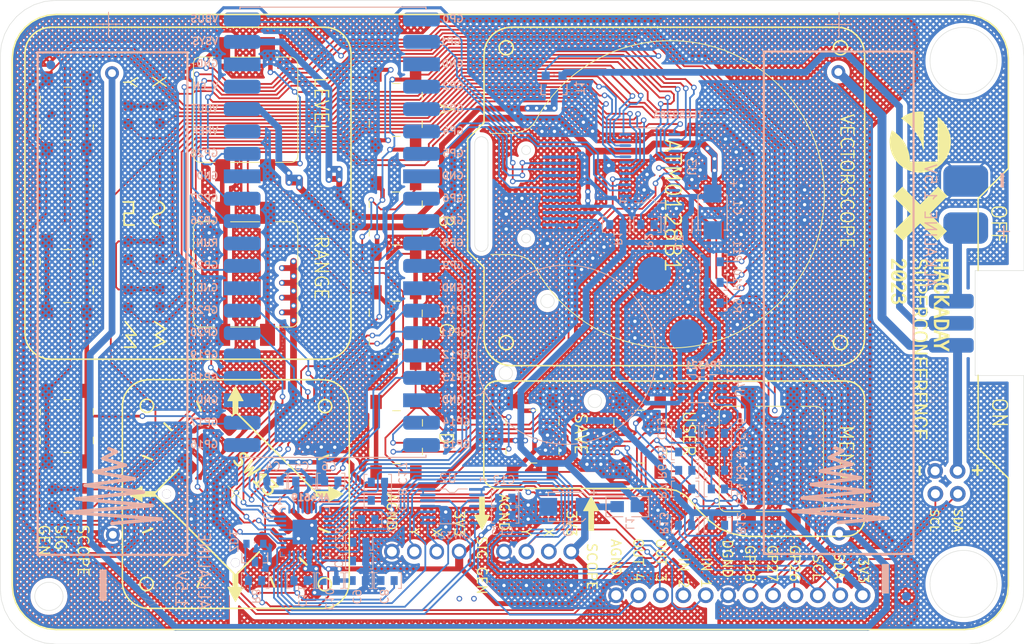
<source format=kicad_pcb>
(kicad_pcb (version 20221018) (generator pcbnew)

  (general
    (thickness 1.6)
  )

  (paper "A4")
  (title_block
    (title "Vectorscope Supercon.7 Badge")
    (company "Hackaday")
  )

  (layers
    (0 "F.Cu" signal "Top Layer")
    (31 "B.Cu" signal "Bottom Layer")
    (32 "B.Adhes" user "B.Adhesive")
    (33 "F.Adhes" user "F.Adhesive")
    (34 "B.Paste" user "Bottom Paste")
    (35 "F.Paste" user "Top Paste")
    (36 "B.SilkS" user "Bottom Overlay")
    (37 "F.SilkS" user "Top Overlay")
    (38 "B.Mask" user "Bottom Solder")
    (39 "F.Mask" user "Top Solder")
    (40 "Dwgs.User" user "Mechanical 10")
    (41 "Cmts.User" user "User.Comments")
    (42 "Eco1.User" user "User.Eco1")
    (43 "Eco2.User" user "Dimensions Top")
    (44 "Edge.Cuts" user)
    (45 "Margin" user)
    (46 "B.CrtYd" user "B.Courtyard")
    (47 "F.CrtYd" user "F.Courtyard")
    (48 "B.Fab" user "3D Top")
    (49 "F.Fab" user "Dimensions Bottom")
    (50 "User.1" user "Outline")
    (51 "User.2" user "Dimensions")
    (52 "User.3" user "Mechanical 3")
    (53 "User.4" user "Mechanical 4")
    (54 "User.5" user "Mechanical 5")
    (55 "User.6" user "Assembly Text Top")
    (56 "User.7" user "Assembly Text Bottom")
    (57 "User.8" user "Assembly Top")
    (58 "User.9" user "Assembly Bottom")
  )

  (setup
    (pad_to_mask_clearance 0.1016)
    (aux_axis_origin 90.52165 68.4913)
    (grid_origin 188.22365 135.9643)
    (pcbplotparams
      (layerselection 0x00010fc_ffffffff)
      (plot_on_all_layers_selection 0x0000000_00000000)
      (disableapertmacros false)
      (usegerberextensions false)
      (usegerberattributes true)
      (usegerberadvancedattributes true)
      (creategerberjobfile true)
      (dashed_line_dash_ratio 12.000000)
      (dashed_line_gap_ratio 3.000000)
      (svgprecision 4)
      (plotframeref false)
      (viasonmask false)
      (mode 1)
      (useauxorigin false)
      (hpglpennumber 1)
      (hpglpenspeed 20)
      (hpglpendiameter 15.000000)
      (dxfpolygonmode true)
      (dxfimperialunits true)
      (dxfusepcbnewfont true)
      (psnegative false)
      (psa4output false)
      (plotreference true)
      (plotvalue true)
      (plotinvisibletext false)
      (sketchpadsonfab false)
      (subtractmaskfromsilk false)
      (outputformat 1)
      (mirror false)
      (drillshape 1)
      (scaleselection 1)
      (outputdirectory "")
    )
  )

  (net 0 "")
  (net 1 "AGND")
  (net 2 "3V3")
  (net 3 "GND")

  (footprint (layer "F.Cu") (at 164.62665 99.4731))

  (footprint (layer "F.Cu") (at 160.28365 135.9643))

  (footprint "Gio.PcbLib:key 12x12 SMD" (layer "F.Cu") (at 118.24665 99.5153))

  (footprint (layer "F.Cu") (at 196.46105 124.4639))

  (footprint (layer "F.Cu") (at 96.22445 75.8257))

  (footprint (layer "F.Cu") (at 198.26365 105.1273))

  (footprint (layer "F.Cu") (at 185.55777 128.9793))

  (footprint (layer "F.Cu") (at 172.98365 135.9643))

  (footprint (layer "F.Cu") (at 150.09005 95.5107))

  (footprint "C:_Users_Voja_Documents_GitHub_willo-pcb_ESP.PcbLib_key4p" (layer "F.Cu") (at 135.31865 105.6113 -90))

  (footprint (layer "F.Cu") (at 199.00105 124.4639))

  (footprint (layer "F.Cu") (at 152.51085 102.5973))

  (footprint "C:_Users_Voja_Desktop_ESP.PcbLib_LED0603" (layer "F.Cu") (at 108.59465 102.2839 -90))

  (footprint "C:_Users_Voja_Desktop_ESP.PcbLib_LED0603" (layer "F.Cu") (at 105.03865 102.3347 -90))

  (footprint (layer "F.Cu") (at 153.87945 89.7717))

  (footprint (layer "F.Cu") (at 196.43565 121.8625))

  (footprint (layer "F.Cu") (at 199.90165 88.9933))

  (footprint "C:_Users_Voja_Documents_GitHub_willo-pcb_ESP.PcbLib_key4p" (layer "F.Cu") (at 135.34045 118.0405 -90))

  (footprint "C:_Users_Voja_Documents_GitHub_willo-pcb_ESP.PcbLib_key4p" (layer "F.Cu") (at 98.05365 116.7873 -90))

  (footprint (layer "F.Cu") (at 198.97565 121.8625))

  (footprint (layer "F.Cu") (at 103.16919 76.7569))

  (footprint "C:_Users_Voja_Desktop_ESP.PcbLib_LED0603" (layer "F.Cu") (at 108.59465 81.4559 -90))

  (footprint "C:_Users_Voja_Desktop_Projekti_Gio.PcbLib_JOYSTICK 2" (layer "F.Cu") (at 117.17945 124.4413 -45))

  (footprint (layer "F.Cu") (at 199.65365 134.6943))

  (footprint (layer "F.Cu") (at 147.78645 110.7761))

  (footprint "C:_Users_Voja_Documents_GitHub_willo-pcb_ESP.PcbLib_key4p" (layer "F.Cu") (at 135.31505 80.9311 -90))

  (footprint (layer "F.Cu") (at 153.87945 86.9717))

  (footprint (layer "F.Cu") (at 198.26365 107.6273))

  (footprint "C:_Users_Voja_Documents_GitHub_willo-pcb_ESP.PcbLib_key4p" (layer "F.Cu") (at 98.05365 99.7693 -90))

  (footprint (layer "F.Cu") (at 175.52365 135.9643))

  (footprint (layer "F.Cu") (at 96.27005 81.4273))

  (footprint "C:_Users_Voja_Documents_GitHub_willo-pcb_ESP.PcbLib_key4p" (layer "F.Cu") (at 135.31865 93.2415 -90))

  (footprint (layer "F.Cu") (at 153.87945 89.0717))

  (footprint (layer "F.Cu") (at 96.02165 136.0913))

  (footprint "C:_Users_Voja_Desktop_ESP.PcbLib_LED0603" (layer "F.Cu") (at 96.52965 124.9407 -90))

  (footprint (layer "F.Cu") (at 153.87945 87.6717))

  (footprint (layer "F.Cu") (at 168.23345 106.5597))

  (footprint (layer "F.Cu") (at 157.87025 113.9257))

  (footprint (layer "F.Cu") (at 137.42365 131.0113))

  (footprint (layer "F.Cu") (at 150.12365 131.0113))

  (footprint (layer "F.Cu") (at 153.87945 92.5717))

  (footprint (layer "F.Cu") (at 147.58365 131.0113))

  (footprint "C:_Users_Voja_Documents_GitHub_willo-pcb_ESP.PcbLib_key4p" (layer "F.Cu") (at 150.81265 117.9713 -90))

  (footprint (layer "F.Cu") (at 153.87945 86.2717))

  (footprint "C:_Users_Voja_Documents_GitHub_willo-pcb_ESP.PcbLib_key4p" (layer "F.Cu") (at 98.05365 81.3543 -90))

  (footprint (layer "F.Cu") (at 153.87945 91.1717))

  (footprint (layer "F.Cu") (at 153.87945 93.9717))

  (footprint (layer "F.Cu") (at 185.68365 135.9643))

  (footprint (layer "F.Cu") (at 139.96365 131.0113))

  (footprint "C:_Users_Voja_Desktop_ESP.PcbLib_LED0603" (layer "F.Cu") (at 100.08565 124.8899 -90))

  (footprint (layer "F.Cu") (at 180.60365 135.9643))

  (footprint (layer "F.Cu") (at 150.09005 85.5107))

  (footprint (layer "F.Cu") (at 170.44365 135.9643))

  (footprint (layer "F.Cu") (at 199.90165 94.3273))

  (footprint (layer "F.Cu") (at 103.26065 129.1063))

  (footprint (layer "F.Cu") (at 199.65365 75.3853))

  (footprint (layer "F.Cu") (at 155.20365 131.0113))

  (footprint (layer "F.Cu") (at 193.17665 136.0913))

  (footprint "C:_Users_Voja_Desktop_ESP.PcbLib_LED0603" (layer "F.Cu") (at 105.03865 96.8737 -90))

  (footprint "C:_Users_Voja_Desktop_ESP.PcbLib_LED0603" (layer "F.Cu") (at 108.59465 96.8229 -90))

  (footprint "C:_Users_Voja_Documents_GitHub_willo-pcb_ESP.PcbLib_key4p" (layer "F.Cu") (at 163.03005 117.9713 -90))

  (footprint (layer "F.Cu") (at 142.50365 131.0113))

  (footprint (layer "F.Cu") (at 162.82365 135.9643))

  (footprint (layer "F.Cu") (at 178.06365 135.9643))

  (footprint "C:_Users_Voja_Desktop_ESP.PcbLib_LED0603" (layer "F.Cu") (at 105.03865 81.5067 -90))

  (footprint (layer "F.Cu") (at 182.45745 123.6285))

  (footprint (layer "F.Cu") (at 183.14365 135.9643))

  (footprint (layer "F.Cu") (at 198.26365 102.6273))

  (footprint (layer "F.Cu") (at 153.87945 90.4717))

  (footprint (layer "F.Cu") (at 153.87945 91.8717))

  (footprint (layer "F.Cu") (at 167.90365 135.9643))

  (footprint "Gio.PcbLib:key 12x12 SMD" (layer "F.Cu") (at 177.80965 120.4449))

  (footprint (layer "F.Cu") (at 185.46631 76.6299))

  (footprint (layer "F.Cu") (at 153.87945 93.2717))

  (footprint "Gio.PcbLib:key 12x12 SMD" (layer "F.Cu") (at 118.24665 80.8463))

  (footprint (layer "F.Cu") (at 134.88365 131.0113))

  (footprint (layer "F.Cu") (at 152.66365 131.0113))

  (footprint (layer "F.Cu") (at 153.87945 88.3717))

  (footprint (layer "F.Cu") (at 188.22365 135.9643))

  (footprint (layer "F.Cu") (at 165.36365 135.9643))

  (footprint "C:_Users_Voja_Desktop_CUBE_ESP.PcbLib_TANTALUM KEMET C" (layer "B.Cu") (at 134.04505 123.1459 180))

  (footprint "C:_Users_Voja_Desktop_CUBE_ESP.PcbLib_TANTALUM KEMET C" (layer "B.Cu") (at 168.86845 121.7997 180))

  (footprint "C:_Users_Voja_Desktop_Projekti_Gio.PcbLib_PICO" (layer "B.Cu") (at 127.94945 94.8163 -90))

  (footprint "SOT-23" (layer "B.Cu") (at 152.30765 77.0449))

  (footprint "C:_Users_Voja_Desktop_CUBE_ESP.PcbLib_TANTALUM KEMET C" (layer "B.Cu") (at 161.06365 93.9273 180))

  (footprint "C:_Users_Voja_Desktop_CUBE_ESP.PcbLib_TANTALUM KEMET C" (layer "B.Cu") (at 128.76185 123.0189 180))

  (footprint "C:_Users_Voja_Desktop_CUBE_ESP.PcbLib_TANTALUM KEMET C" (layer "B.Cu") (at 168.86845 117.6087 180))

  (footprint "C:_Users_Voja_Desktop_CUBE_ESP.PcbLib_TANTALUM KEMET C" (layer "B.Cu") (at 130.41285 132.0867))

  (footprint "C:_Users_Voja_Desktop_CUBE_ESP.PcbLib_TANTALUM KEMET C" (layer "B.Cu") (at 167.34445 123.9079))

  (footprint "C:_Users_Voja_Desktop_CUBE_ESP.PcbLib_TANTALUM KEMET C" (layer "B.Cu") (at 172.57685 121.7997 180))

  (footprint "0805" (layer "B.Cu") (at 162.69625 125.9145 180))

  (footprint "C:_Users_Voja_Desktop_CUBE_ESP.PcbLib_TANTALUM KEMET C" (layer "B.Cu") (at 164.59065 93.9273 180))

  (footprint "C:_Users_Voja_Desktop_CUBE_ESP.PcbLib_TANTALUM KEMET C" (layer "B.Cu") (at 118.62725 134.2965))

  (footprint "C:_Users_Voja_Desktop_Projekti_Gio.PcbLib_Tantal" (layer "B.Cu") (at 171.26725 92.4919 90))

  (footprint "C:_Users_Voja_Desktop_CUBE_ESP.PcbLib_TANTALUM KEMET C" (layer "B.Cu") (at 172.06885 102.8259 180))

  (footprint "C:_Users_Voja_Desktop_CUBE_ESP.PcbLib_TANTALUM KEMET C" (layer "B.Cu") (at 125.48525 123.0189 180))

  (footprint "C:_Users_Voja_Desktop_CUBE_ESP.PcbLib_TANTALUM KEMET C" (layer "B.Cu") (at 131.93685 129.9531 180))

  (footprint "C:_Users_Voja_Desktop_CUBE_ESP.PcbLib_MSOP8" (layer "B.Cu") (at 167.75085 111.6143 180))

  (footprint "C:_Users_Voja_Desktop_CUBE_ESP.PcbLib_TANTALUM KEMET C" (layer "B.Cu") (at 134.04505 125.2033 180))

  (footprint "C:_Users_Voja_Desktop_CUBE_ESP.PcbLib_TANTALUM KEMET C" (layer "B.Cu") (at 172.57685 119.7169 180))

  (footprint "C:_Users_Voja_Desktop_CUBE_ESP.PcbLib_TANTALUM KEMET C" (layer "B.Cu") (at 172.57685 123.9079 180))

  (footprint "C:_Users_Voja_Desktop_CUBE_ESP.PcbLib_TANTALUM KEMET C" (layer "B.Cu") (at 133.63865 134.2965))

  (footprint "C:_Users_Voja_Desktop_CUBE_ESP.PcbLib_TANTALUM KEMET C" (layer "B.Cu") (at 122.20865 123.0189 180))

  (footprint "C:_Users_Voja_Desktop_CUBE_ESP.PcbLib_TANTALUM KEMET C" (layer "B.Cu") (at 148.47225 124.9493 180))

  (footprint "C:_Users_Voja_Desktop_CUBE_ESP.PcbLib_TANTALUM KEMET C" (layer "B.Cu") (at 167.34445 128.0481))

  (footprint "C:_Users_Voja_Desktop_CUBE_ESP.PcbLib_TANTALUM KEMET C" (layer "B.Cu") (at 131.87805 134.2965 180))

  (footprint "C:_Users_Voja_Desktop_CUBE_ESP.PcbLib_TANTALUM KEMET C" (layer "B.Cu") (at 148.47225 126.9051 180))

  (footprint "C:_Users_Voja_Desktop_CUBE_ESP.PcbLib_TANTALUM KEMET C" (layer "B.Cu") (at 170.57025 98.1523))

  (footprint "C:_Users_Voja_Desktop_CUBE_ESP.PcbLib_TANTALUM KEMET C" (layer "B.Cu") (at 171.05285 117.5833))

  (footprint "C:_Users_Voja_Desktop_CUBE_ESP.PcbLib_TANTALUM KEMET C" (layer "B.Cu") (at 127.08545 134.2965))

  (footprint "SOT-23" (layer "B.Cu") (at 118.39865 130.1309))

  (footprint "C:_Users_Voja_Desktop_CUBE_ESP.PcbLib_TANTALUM KEMET C" (layer "B.Cu") (at 172.57685 128.0227 180))

  (footprint "C:_Users_Voja_Desktop_CUBE_ESP.PcbLib_TANTALUM KEMET C" (layer "B.Cu") (at 168.86845 119.7169 180))

  (footprint "C:_Users_Voja_Desktop_CUBE_ESP.PcbLib_TANTALUM KEMET C" (layer "B.Cu") (at 132.95285 127.3877 180))

  (footprint "Gio.PcbLib:AK4619" (layer "B.Cu") (at 123.27545 126.2447))

  (footprint "C:_Users_Voja_Desktop_Projekti_Gio.PcbLib_Tantal" (layer "B.Cu") (at 154.66744 125.9907))

  (footprint "Gio.PcbLib:TSSOP 14" (layer "B.Cu") (at 141.69045 125.8637 180))

  (footprint "C:_Users_Voja_Desktop_Projekti_Gio.PcbLib_TQFN24" (layer "B.Cu") (at 164.06785 87.1795))

  (footprint "C:_Users_Voja_Desktop_CUBE_ESP.PcbLib_TANTALUM KEMET C" (layer "B.Cu") (at 123.78345 134.2965))

  (footprint "C:_Users_Voja_Desktop_CUBE_ESP.PcbLib_TANTALUM KEMET C" (layer "B.Cu") (at 168.11765 93.9273 180))

  (footprint "C:_Users_Voja_Desktop_CUBE_ESP.PcbLib_TANTALUM KEMET C" (layer "B.Cu") (at 172.06885 100.4891 180))

  (gr_line (start 131.02245 82.6583) (end 139.37905 82.6583)
    (stroke (width 0.2032) (type solid)) (layer "F.Cu") (tstamp 003bb928-78f3-42f0-8fd3-81e327a80c52))
  (gr_line (start 148.90405 121.7489) (end 151.03765 119.6153)
    (stroke (width 0.508) (type solid)) (layer "F.Cu") (tstamp 00eaccca-50b0-46f8-8511-685c468667ef))
  (gr_line (start 111.59145 102.6995) (end 111.59145 85.8587)
    (stroke (width 0.2032) (type solid)) (layer "F.Cu") (tstamp 019382d9-f1e6-4bd0-9707-a40aebe82c5f))
  (gr_line (start 110.01665 97.2743) (end 110.01665 85.3761)
    (stroke (width 0.2032) (type solid)) (layer "F.Cu") (tstamp 01a50b55-91eb-419a-b638-b473658947af))
  (gr_line (start 133.20685 97.2887) (end 133.20685 95.3075)
    (stroke (width 0.508) (type solid)) (layer "F.Cu") (tstamp 01dc178d-8a74-406d-931f-72a84a69e6c6))
  (gr_line (start 123.09765 76.7147) (end 125.45985 76.7147)
    (stroke (width 0.2032) (type solid)) (layer "F.Cu") (tstamp 01fee327-0c6d-441d-b849-6103fd558a22))
  (gr_line (start 113.62345 77.6291) (end 114.63945 77.6291)
    (stroke (width 0.2032) (type solid)) (layer "F.Cu") (tstamp 02511cc8-6bd3-481a-a489-6b6e285e43df))
  (gr_line (start 191.60685 131.8581) (end 199.00105 124.4639)
    (stroke (width 0.2032) (type solid)) (layer "F.Cu") (tstamp 031d32f4-f413-4909-a49e-eebfffda3b76))
  (gr_line (start 99.17085 74.4033) (end 105.31765 74.4033)
    (stroke (width 0.2032) (type solid)) (layer "F.Cu") (tstamp 03463e00-8d90-45d8-904f-b0aaa371504b))
  (gr_line (start 126.72985 111.8429) (end 132.06385 106.5089)
    (stroke (width 0.2032) (type solid)) (layer "F.Cu") (tstamp 0351493e-351c-4945-9276-e3dc7ad2c0d4))
  (gr_line (start 166.48085 80.2453) (end 166.83645 79.8897)
    (stroke (width 0.2032) (type solid)) (layer "F.Cu") (tstamp 03615138-2968-4eed-947f-85ab2bbc19fd))
  (gr_line (start 173.71985 102.0639) (end 176.20905 102.0639)
    (stroke (width 0.2032) (type solid)) (layer "F.Cu") (tstamp 036ad9be-1d3d-409d-aae4-eeba7710c322))
  (gr_line (start 98.40885 110.18208) (end 98.40885 75.9781)
    (stroke (width 0.2032) (type solid)) (layer "F.Cu") (tstamp 04013660-bded-4a21-b076-a5caf51f40fe))
  (gr_line (start 126.92035 80.0167) (end 129.71435 77.2227)
    (stroke (width 0.2032) (type solid)) (layer "F.Cu") (tstamp 04163aec-a0a1-4e6b-b082-870c7e1ea37d))
  (gr_line (start 142.38895 131.7946) (end 145.85605 128.3275)
    (stroke (width 0.4572) (type solid)) (layer "F.Cu") (tstamp 04e0ffd4-8927-41ca-a109-a427b268d55d))
  (gr_line (start 111.28665 82.0487) (end 128.20305 82.0487)
    (stroke (width 0.2032) (type solid)) (layer "F.Cu") (tstamp 04f85a45-4acd-4631-b74f-3f961523ce8c))
  (gr_line (start 127.64425 81.2359) (end 129.09205 79.7881)
    (stroke (width 0.2032) (type solid)) (layer "F.Cu") (tstamp 050d2baf-3716-47c6-94da-6649a3fec4f4))
  (gr_line (start 177.55525 115.3735) (end 177.55525 103.4101)
    (stroke (width 0.2032) (type solid)) (layer "F.Cu") (tstamp 0669e8d2-d1d9-40e8-b378-fe33cb9e3c8b))
  (gr_line (start 133.20685 109.9379) (end 134.98485 108.1599)
    (stroke (width 0.508) (type solid)) (layer "F.Cu") (tstamp 07994180-003f-4a82-8df8-3e2fdfb2052d))
  (gr_line (start 121.62445 78.7975) (end 123.19925 77.2227)
    (stroke (width 0.2032) (type solid)) (layer "F.Cu") (tstamp 07d8bbb6
... [7061631 chars truncated]
</source>
